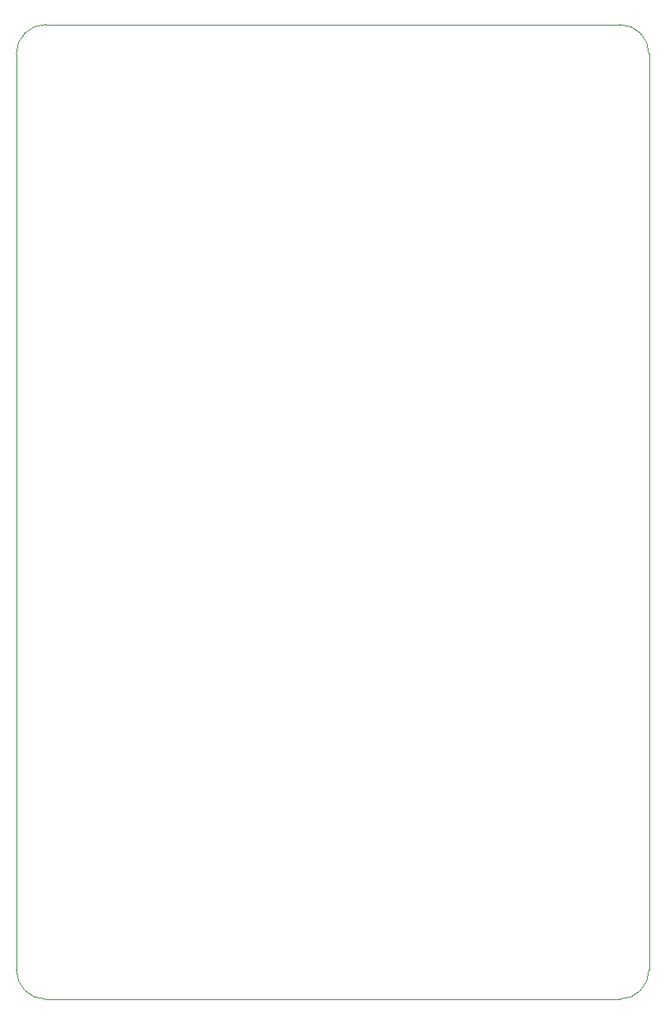
<source format=gm1>
G04 #@! TF.GenerationSoftware,KiCad,Pcbnew,8.0.3-8.0.3-0~ubuntu20.04.1*
G04 #@! TF.CreationDate,2024-08-18T22:02:51-04:00*
G04 #@! TF.ProjectId,syringe_pump,73797269-6e67-4655-9f70-756d702e6b69,rev?*
G04 #@! TF.SameCoordinates,Original*
G04 #@! TF.FileFunction,Profile,NP*
%FSLAX46Y46*%
G04 Gerber Fmt 4.6, Leading zero omitted, Abs format (unit mm)*
G04 Created by KiCad (PCBNEW 8.0.3-8.0.3-0~ubuntu20.04.1) date 2024-08-18 22:02:51*
%MOMM*%
%LPD*%
G01*
G04 APERTURE LIST*
G04 #@! TA.AperFunction,Profile*
%ADD10C,0.100000*%
G04 #@! TD*
G04 APERTURE END LIST*
D10*
X50000000Y-147000000D02*
X50000000Y-53000000D01*
X53000000Y-50000000D02*
X112000000Y-50000000D01*
X53000000Y-150000000D02*
G75*
G02*
X50000000Y-147000000I0J3000000D01*
G01*
X112000000Y-50000000D02*
G75*
G02*
X115000000Y-53000000I0J-3000000D01*
G01*
X115000000Y-147000000D02*
G75*
G02*
X112000000Y-150000000I-3000000J0D01*
G01*
X115000000Y-147000000D02*
X115000000Y-53000000D01*
X53000000Y-150000000D02*
X112000000Y-150000000D01*
X50000000Y-53000000D02*
G75*
G02*
X53000000Y-50000000I3000000J0D01*
G01*
M02*

</source>
